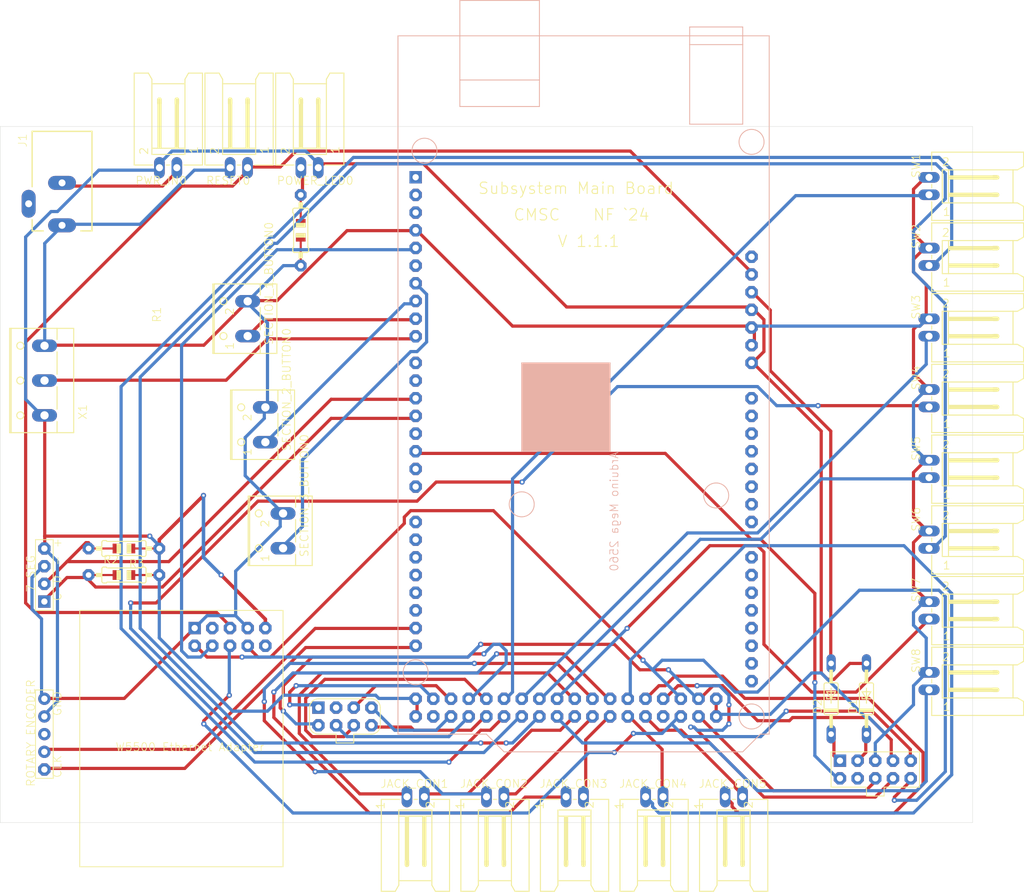
<source format=kicad_pcb>
(kicad_pcb (version 20240108) (generator "pcbnew") (generator_version "8.0")
  (layers (0 "F.Cu" signal) (31 "B.Cu" signal) (34 "B.Paste" user) (35 "F.Paste" user) (36 "B.SilkS" user "B.Silkscreen") (37 "F.SilkS" user "F.Silkscreen") (38 "B.Mask" user) (39 "F.Mask" user) (44 "Edge.Cuts" user))
  (net 0 "")
  (net 1 "5V")
  (net 2 "GND")
  (net 3 "3V3")
  (net 4 "RAW_IN")
  (net 5 "N$2")
  (net 6 "RESET")
  (net 7 "N$3")
  (net 8 "N$4")
  (net 9 "N$5")
  (net 10 "N$6")
  (net 11 "N$7")
  (net 12 "N$8")
  (net 13 "N$9")
  (net 14 "N$10")
  (net 15 "N$11")
  (net 16 "N$12")
  (net 17 "N$13")
  (net 18 "N$14")
  (net 19 "N$15")
  (net 20 "N$16")
  (net 21 "N$17")
  (net 22 "N$18")
  (net 23 "N$19")
  (net 24 "N$20")
  (net 25 "N$21")
  (net 26 "N$22")
  (net 27 "N$23")
  (net 28 "N$24")
  (net 29 "N$25")
  (net 30 "N$26")
  (net 31 "N$27")
  (net 32 "N$28")
  (net 33 "N$29")
  (net 34 "D29")
  (net 35 "D53")
  (net 36 "N$30")
  (net 37 "D48")
  (net 38 "MISO")
  (net 39 "MOSI")
  (net 40 "D2")
  (net 41 "N$34")
  (net 42 "N$35")
  (net 43 "N$36")
  (net 44 "D21")
  (net 45 "N$37")
  (net 46 "N$38")
  (net 47 "N$39")
  (net 48 "N$40")
  (net 49 "N$41")
  (net 50 "SCK")
  (footprint "main:0805-THM_420" (layer "F.Cu") (at 121.8311 69.9136 -90)
    (property "Reference" "R1")
    (property "Value" "100 Ohm")
  )
  (footprint "main:L02P_123" (layer "F.Cu") (at 218.3511 63.5636 -90)
    (property "Reference" "SW1")
    (property "Value" "")
  )
  (footprint "main:L02P_123" (layer "F.Cu") (at 102.7811 54.6736)
    (property "Reference" "PWR_IN0")
    (property "Value" "")
  )
  (footprint "main:L02P_123" (layer "F.Cu") (at 123.1011 54.6736)
    (property "Reference" "POWER_LED0")
    (property "Value" "")
  )
  (footprint "main:W237-102_195" (layer "F.Cu") (at 112.9411 82.6136 90)
    (property "Reference" "SECTION_1_BUTTON0")
    (property "Value" "")
  )
  (footprint "main:W237-102_195" (layer "F.Cu") (at 115.4811 97.8536 90)
    (property "Reference" "SECTION_2_BUTTON0")
    (property "Value" "")
  )
  (footprint "main:L02P_123" (layer "F.Cu") (at 218.3511 73.7236 -90)
    (property "Reference" "SW2")
    (property "Value" "")
  )
  (footprint "main:ROTARY_ENCODER" (layer "F.Cu") (at 85.0011 142.3036 90)
    (property "Reference" "U$5" (hide yes))
    (property "Value" "ROTARY_ENCODER" (hide yes))
  )
  (footprint "main:7_SEG_DISPLAY" (layer "F.Cu") (at 85.0011 119.4436 90)
    (property "Reference" "U$2" (hide yes))
    (property "Value" "7_SEG_DISPLAY" (hide yes))
  )
  (footprint "main:L02P_123" (layer "F.Cu") (at 149.7711 157.5436 180)
    (property "Reference" "JACK_CON2")
    (property "Value" "")
  )
  (footprint "main:L02P_123" (layer "F.Cu") (at 138.3411 157.5436 180)
    (property "Reference" "JACK_CON1")
    (property "Value" "")
  )
  (footprint "main:0805-THM_420" (layer "F.Cu") (at 96.4311 119.4436)
    (property "Reference" "R2")
    (property "Value" "4.7K Ohm")
  )
  (footprint "main:W237-102_195" (layer "F.Cu") (at 118.0211 113.0936 90)
    (property "Reference" "SECTION_3_BUTTON0")
    (property "Value" "")
  )
  (footprint "main:ARDUINO_MEGA_MIRROR" (layer "F.Cu") (at 163.7411 94.0436)
    (property "Reference" "U$1" (hide yes))
    (property "Value" "ARDUINO_MEGAMIRROR" (hide yes))
  )
  (footprint "main:L02P_123" (layer "F.Cu") (at 218.3511 104.2036 -90)
    (property "Reference" "SW5")
    (property "Value" "")
  )
  (footprint "main:SPI_HEADER_RIBBON_CONNECTOR" (layer "F.Cu") (at 204.3811 147.3836)
    (property "Reference" "U$3" (hide yes))
    (property "Value" "SPI_HEADERSPI_HEADER_RIBBON_CONNECTOR" (hide yes))
  )
  (footprint "main:BUTTON_GRID_HEADER_RIBBON_CONNECTOR" (layer "F.Cu") (at 128.1811 139.7636)
    (property "Reference" "U$4" (hide yes))
    (property "Value" "BUTTON_GRID_HEADER" (hide yes))
  )
  (footprint "main:L02P_123" (layer "F.Cu") (at 184.0611 157.5436 180)
    (property "Reference" "JACK_CON5")
    (property "Value" "")
  )
  (footprint "main:0805-THM_420" (layer "F.Cu") (at 96.4311 115.6336 180)
    (property "Reference" "R3")
    (property "Value" "4.7K Ohm")
  )
  (footprint "main:L02P_123" (layer "F.Cu") (at 161.2011 157.5436 180)
    (property "Reference" "JACK_CON3")
    (property "Value" "")
  )
  (footprint "main:L02P_123" (layer "F.Cu") (at 112.9411 54.6736)
    (property "Reference" "RESET0")
    (property "Value" "")
  )
  (footprint "main:W237-103_195" (layer "F.Cu") (at 83.7311 91.5036 90)
    (property "Reference" "X1")
    (property "Value" "")
  )
  (footprint "main:L02P_123" (layer "F.Cu") (at 218.3511 134.6836 -90)
    (property "Reference" "SW8")
    (property "Value" "")
  )
  (footprint "main:L02P_123" (layer "F.Cu") (at 218.3511 83.8836 -90)
    (property "Reference" "SW3")
    (property "Value" "")
  )
  (footprint "main:DO35Z10_210" (layer "F.Cu") (at 198.0311 137.2236 90)
    (property "Reference" "D2")
    (property "Value" "1N821")
  )
  (footprint "main:ETHERNET_ADAPTER" (layer "F.Cu") (at 111.6711 128.3336)
    (property "Reference" "U$6" (hide yes))
    (property "Value" "ETHERNET_ADAPTER" (hide yes))
  )
  (footprint "main:DCJ0303_154" (layer "F.Cu") (at 87.5411 66.1036 180)
    (property "Reference" "J1")
    (property "Value" "")
  )
  (footprint "main:L02P_123" (layer "F.Cu") (at 218.3511 124.5236 -90)
    (property "Reference" "SW7")
    (property "Value" "")
  )
  (footprint "main:DO35Z10_210" (layer "F.Cu") (at 203.1111 137.2236 90)
    (property "Reference" "D1")
    (property "Value" "1N821")
  )
  (footprint "main:L02P_123" (layer "F.Cu") (at 218.3511 94.0436 -90)
    (property "Reference" "SW4")
    (property "Value" "")
  )
  (footprint "main:L02P_123" (layer "F.Cu") (at 218.3511 114.3636 -90)
    (property "Reference" "SW6")
    (property "Value" "")
  )
  (footprint "main:L02P_123" (layer "F.Cu") (at 172.6311 157.5436 180)
    (property "Reference" "JACK_CON4")
    (property "Value" "")
  )
  (gr_line (start 78.6511 155.0036) (end 218.3511 155.0036) (stroke (width 0.05)) (layer "Edge.Cuts"))
  (gr_line (start 218.3511 55.0036) (end 78.6511 55.0036) (stroke (width 0.05)) (layer "Edge.Cuts"))
  (gr_line (start 218.3511 155.0036) (end 218.3511 55.0036) (stroke (width 0.05)) (layer "Edge.Cuts"))
  (gr_line (start 78.6511 55.0036) (end 78.6511 155.0036) (stroke (width 0.05)) (layer "Edge.Cuts"))
  (gr_text "CMSC" (at 152.3111 68.6436 0) (layer "F.SilkS") (effects (font (size 1.63576 1.63576) (thickness 0.14224)) (justify left bottom)))
  (gr_text "V 1.1.1" (at 158.6611 72.4536 0) (layer "F.SilkS") (effects (font (size 1.63576 1.63576) (thickness 0.14224)) (justify left bottom)))
  (gr_text "NF `24" (at 163.7411 68.6436 0) (layer "F.SilkS") (effects (font (size 1.63576 1.63576) (thickness 0.14224)) (justify left bottom)))
  (gr_text "Subsystem Main Board" (at 147.2311 64.8336 0) (layer "F.SilkS") (effects (font (size 1.63576 1.63576) (thickness 0.14224)) (justify left bottom)))
  (segment (start 85.0519 115.2272) (end 85.0011 115.6336) (width 0.4572) (layer "F.Cu") (net 1))
  (segment (start 101.5111 115.6336) (end 101.5111 114.3636) (width 0.508) (layer "F.Cu") (net 1))
  (segment (start 138.5443 139.4588) (end 138.3411 139.7636) (width 0.4572) (layer "F.Cu") (net 1))
  (segment (start 139.4587 60.3632) (end 160.0327 80.9372) (width 0.4572) (layer "F.Cu") (net 1))
  (segment (start 124.8283 60.3632) (end 139.4587 60.3632) (width 0.4572) (layer "F.Cu") (net 1))
  (segment (start 124.3711 60.8204) (end 124.3511 60.9236) (width 0.4572) (layer "F.Cu") (net 1))
  (segment (start 187.0075 81.3944) (end 186.6011 81.3436) (width 0.4572) (layer "F.Cu") (net 1))
  (segment (start 186.5503 80.9372) (end 186.6011 81.3436) (width 0.4572) (layer "F.Cu") (net 1))
  (segment (start 188.3791 82.766) (end 187.0075 81.3944) (width 0.4572) (layer "F.Cu") (net 1))
  (segment (start 197.5231 134.4296) (end 198.4375 134.4296) (width 0.4572) (layer "F.Cu") (net 1))
  (segment (start 198.4375 134.4296) (end 200.7235 132.1436) (width 0.4572) (layer "F.Cu") (net 1))
  (segment (start 187.0075 88.7096) (end 186.6011 88.9636) (width 0.4572) (layer "F.Cu") (net 1))
  (segment (start 138.5443 137.63) (end 138.5443 139.4588) (width 0.4572) (layer "F.Cu") (net 1))
  (segment (start 187.0075 89.1668) (end 186.6011 88.9636) (width 0.4572) (layer "F.Cu") (net 1))
  (segment (start 101.5111 114.3636) (end 107.8611 108.0136) (width 0.508) (layer "F.Cu") (net 1))
  (segment (start 200.7235 132.1436) (end 203.1111 132.1436) (width 0.4572) (layer "F.Cu") (net 1))
  (segment (start 85.0519 115.2272) (end 85.0519 113.8556) (width 0.4572) (layer "F.Cu") (net 1))
  (segment (start 116.7511 125.7936) (end 116.7511 127.0636) (width 0.508) (layer "F.Cu") (net 1))
  (segment (start 138.5443 137.63) (end 138.3411 137.2236) (width 0.4572) (layer "F.Cu") (net 1))
  (segment (start 188.3791 87.338) (end 188.3791 82.766) (width 0.4572) (layer "F.Cu") (net 1))
  (segment (start 110.4011 119.4436) (end 116.7511 125.7936) (width 0.508) (layer "F.Cu") (net 1))
  (segment (start 160.0327 80.9372) (end 186.5503 80.9372) (width 0.4572) (layer "F.Cu") (net 1))
  (segment (start 85.0519 113.8556) (end 85.0519 96.9392) (width 0.4572) (layer "F.Cu") (net 1))
  (segment (start 187.0075 88.7096) (end 188.3791 87.338) (width 0.4572) (layer "F.Cu") (net 1))
  (segment (start 124.3711 60.8204) (end 124.8283 60.3632) (width 0.4572) (layer "F.Cu") (net 1))
  (segment (start 187.0075 89.1668) (end 196.6087 98.768) (width 0.4572) (layer "F.Cu") (net 1))
  (segment (start 196.6087 133.5152) (end 197.5231 134.4296) (width 0.4572) (layer "F.Cu") (net 1))
  (segment (start 85.0519 113.8556) (end 100.1395 113.8556) (width 0.4572) (layer "F.Cu") (net 1))
  (segment (start 196.6087 98.768) (end 196.6087 133.5152) (width 0.4572) (layer "F.Cu") (net 1))
  (segment (start 85.0519 96.9392) (end 85.0211 96.5036) (width 0.4572) (layer "F.Cu") (net 1))
  (via (at 100.1395 113.8556) (size 0.7564) (drill 0.35) (layers "F.Cu" "B.Cu") (net 1))
  (via (at 110.4011 119.4436) (size 0.7564) (drill 0.35) (layers "F.Cu" "B.Cu") (net 1))
  (via (at 107.8611 108.0136) (size 0.7564) (drill 0.35) (layers "F.Cu" "B.Cu") (net 1))
  (segment (start 85.0519 139.4588) (end 85.0011 139.7636) (width 0.4572) (layer "B.Cu") (net 1))
  (segment (start 101.5111 128.486) (end 112.0267 139.0016) (width 0.4572) (layer "B.Cu") (net 1))
  (segment (start 84.5947 96.482) (end 82.3087 94.196) (width 0.4572) (layer "B.Cu") (net 1))
  (segment (start 138.0871 137.1728) (end 138.3411 137.2236) (width 0.4572) (layer "B.Cu") (net 1))
  (segment (start 100.1395 113.8556) (end 101.5111 115.2272) (width 0.4572) (layer "B.Cu") (net 1))
  (segment (start 101.5111 115.6336) (end 101.5111 119.4436) (width 0.4572) (layer "B.Cu") (net 1))
  (segment (start 107.8611 116.9036) (end 110.4011 119.4436) (width 0.508) (layer "B.Cu") (net 1))
  (segment (start 123.9139 60.8204) (end 124.3511 60.9236) (width 0.4572) (layer "B.Cu") (net 1))
  (segment (start 101.9683 59.906) (end 101.9683 60.8204) (width 0.4572) (layer "B.Cu") (net 1))
  (segment (start 82.3087 70.8788) (end 85.9663 67.2212) (width 0.4572) (layer "B.Cu") (net 1))
  (segment (start 101.5111 61.2776) (end 101.5311 60.9236) (width 0.4572) (layer "B.Cu") (net 1))
  (segment (start 117.0559 139.0016) (end 119.3419 136.7156) (width 0.4572) (layer "B.Cu") (net 1))
  (segment (start 82.3087 94.196) (end 82.3087 70.8788) (width 0.4572) (layer "B.Cu") (net 1))
  (segment (start 103.3399 58.5344) (end 101.9683 59.906) (width 0.4572) (layer "B.Cu") (net 1))
  (segment (start 101.5111 115.2272) (end 101.5111 115.6336) (width 0.4572) (layer "B.Cu") (net 1))
  (segment (start 86.8807 67.2212) (end 92.8243 61.2776) (width 0.4572) (layer "B.Cu") (net 1))
  (segment (start 85.0011 115.6336) (end 86.8807 117.5132) (width 0.4572) (layer "B.Cu") (net 1))
  (segment (start 133.0579 137.1728) (end 138.0871 137.1728) (width 0.4572) (layer "B.Cu") (net 1))
  (segment (start 92.8243 61.2776) (end 101.5111 61.2776) (width 0.4572) (layer "B.Cu") (net 1))
  (segment (start 132.6007 136.7156) (end 133.0579 137.1728) (width 0.4572) (layer "B.Cu") (net 1))
  (segment (start 85.9663 67.2212) (end 86.8807 67.2212) (width 0.4572) (layer "B.Cu") (net 1))
  (segment (start 112.0267 139.0016) (end 117.0559 139.0016) (width 0.4572) (layer "B.Cu") (net 1))
  (segment (start 101.9683 60.8204) (end 101.5311 60.9236) (width 0.4572) (layer "B.Cu") (net 1))
  (segment (start 86.8807 137.63) (end 85.0519 139.4588) (width 0.4572) (layer "B.Cu") (net 1))
  (segment (start 86.8807 117.5132) (end 86.8807 137.63) (width 0.4572) (layer "B.Cu") (net 1))
  (segment (start 107.8611 108.0136) (end 107.8611 116.9036) (width 0.508) (layer "B.Cu") (net 1))
  (segment (start 122.5423 58.5344) (end 103.3399 58.5344) (width 0.4572) (layer "B.Cu") (net 1))
  (segment (start 101.5111 119.4436) (end 101.5111 128.486) (width 0.4572) (layer "B.Cu") (net 1))
  (segment (start 119.3419 136.7156) (end 132.6007 136.7156) (width 0.4572) (layer "B.Cu") (net 1))
  (segment (start 123.9139 59.906) (end 122.5423 58.5344) (width 0.4572) (layer "B.Cu") (net 1))
  (segment (start 84.5947 96.482) (end 85.0211 96.5036) (width 0.4572) (layer "B.Cu") (net 1))
  (segment (start 123.9139 60.8204) (end 123.9139 59.906) (width 0.4572) (layer "B.Cu") (net 1))
  (segment (start 138.5443 69.9644) (end 152.2603 83.6804) (width 0.4572) (layer "F.Cu") (net 2))
  (segment (start 85.0519 137.1728) (end 85.0011 137.2236) (width 0.4572) (layer "F.Cu") (net 2))
  (segment (start 138.5443 69.9644) (end 138.3411 69.9136) (width 0.4572) (layer "F.Cu") (net 2))
  (segment (start 209.8675 84.1376) (end 210.3247 83.6804) (width 0.4572) (layer "F.Cu") (net 2))
  (segment (start 211.6963 92.3672) (end 209.8675 90.5384) (width 0.4572) (layer "F.Cu") (net 2))
  (segment (start 209.8675 104.7116) (end 211.2391 103.34) (width 0.4572) (layer "F.Cu") (net 2))
  (segment (start 211.2391 113.3984) (end 211.6963 113.3984) (width 0.4572) (layer "F.Cu") (net 2))
  (segment (start 118.4275 80.0228) (end 128.4859 69.9644) (width 0.4572) (layer "F.Cu") (net 2))
  (segment (start 211.6963 103.34) (end 212.1011 102.9536) (width 0.4572) (layer "F.Cu") (net 2))
  (segment (start 211.6963 77.7368) (end 211.6963 82.3088) (width 0.4572) (layer "F.Cu") (net 2))
  (segment (start 114.3127 80.0228) (end 114.2111 80.1136) (width 0.4572) (layer "F.Cu") (net 2))
  (segment (start 211.6963 72.2504) (end 209.8675 70.4216) (width 0.4572) (layer "F.Cu") (net 2))
  (segment (start 211.6963 122.9996) (end 209.8675 121.1708) (width 0.4572) (layer "F.Cu") (net 2))
  (segment (start 113.8555 80.48) (end 114.2111 80.1136) (width 0.4572) (layer "F.Cu") (net 2))
  (segment (start 209.8675 74.0792) (end 209.8675 75.908) (width 0.4572) (layer "F.Cu") (net 2))
  (segment (start 113.8555 80.48) (end 107.9119 86.4236) (width 0.4572) (layer "F.Cu") (net 2))
  (segment (start 114.3127 80.0228) (end 118.4275 80.0228) (width 0.4572) (layer "F.Cu") (net 2))
  (segment (start 107.9119 86.4236) (end 85.0519 86.4236) (width 0.4572) (layer "F.Cu") (net 2))
  (segment (start 187.0075 84.1376) (end 186.6011 83.8836) (width 0.4572) (layer "F.Cu") (net 2))
  (segment (start 211.6963 82.3088) (end 212.1011 82.6336) (width 0.4572) (layer "F.Cu") (net 2))
  (segment (start 187.0075 86.4236) (end 186.6011 86.4236) (width 0.4572) (layer "F.Cu") (net 2))
  (segment (start 211.6963 112.9412) (end 209.8675 111.1124) (width 0.4572) (layer "F.Cu") (net 2))
  (segment (start 187.0075 84.1376) (end 187.0075 86.4236) (width 0.4572) (layer "F.Cu") (net 2))
  (segment (start 209.8675 70.4216) (end 209.8675 64.0208) (width 0.4572) (layer "F.Cu") (net 2))
  (segment (start 211.6963 82.766) (end 212.1011 82.6336) (width 0.4572) (layer "F.Cu") (net 2))
  (segment (start 210.7819 83.6804) (end 211.6963 82.766) (width 0.4572) (layer "F.Cu") (net 2))
  (segment (start 96.4819 137.1728) (end 85.0519 137.1728) (width 0.4572) (layer "F.Cu") (net 2))
  (segment (start 211.6963 72.2504) (end 209.8675 74.0792) (width 0.4572) (layer "F.Cu") (net 2))
  (segment (start 209.8675 121.1708) (end 209.8675 114.77) (width 0.4572) (layer "F.Cu") (net 2))
  (segment (start 211.6963 92.3672) (end 212.1011 92.7936) (width 0.4572) (layer "F.Cu") (net 2))
  (segment (start 181.5211 137.2236) (end 181.5211 139.7636) (width 0.4572) (layer "F.Cu") (net 2))
  (segment (start 211.6963 122.9996) (end 212.1011 123.2736) (width 0.4572) (layer "F.Cu") (net 2))
  (segment (start 209.8675 64.0208) (end 211.2391 62.6492) (width 0.4572) (layer "F.Cu") (net 2))
  (segment (start 211.2391 62.6492) (end 211.6963 62.6492) (width 0.4572) (layer "F.Cu") (net 2))
  (segment (start 210.3247 83.6804) (end 210.7819 83.6804) (width 0.4572) (layer "F.Cu") (net 2))
  (segment (start 85.0519 86.4236) (end 85.0211 86.5036) (width 0.4572) (layer "F.Cu") (net 2))
  (segment (start 211.6963 72.2504) (end 212.1011 72.4736) (width 0.4572) (layer "F.Cu") (net 2))
  (segment (start 209.8675 111.1124) (end 209.8675 104.7116) (width 0.4572) (layer "F.Cu") (net 2))
  (segment (start 106.5911 127.0636) (end 96.4819 137.1728) (width 0.4572) (layer "F.Cu") (net 2))
  (segment (start 209.8675 114.77) (end 211.2391 113.3984) (width 0.4572) (layer "F.Cu") (net 2))
  (segment (start 138.0871 69.9644) (end 138.3411 69.9136) (width 0.4572) (layer "F.Cu") (net 2))
  (segment (start 211.6963 62.6492) (end 212.1011 62.3136) (width 0.4572) (layer "F.Cu") (net 2))
  (segment (start 152.2603 83.6804) (end 186.5503 83.6804) (width 0.4572) (layer "F.Cu") (net 2))
  (segment (start 209.8675 75.908) (end 211.6963 77.7368) (width 0.4572) (layer "F.Cu") (net 2))
  (segment (start 186.5503 83.6804) (end 186.6011 83.8836) (width 0.4572) (layer "F.Cu") (net 2))
  (segment (start 211.2391 103.34) (end 211.6963 103.34) (width 0.4572) (layer "F.Cu") (net 2))
  (segment (start 128.4859 69.9644) (end 138.0871 69.9644) (width 0.4572) (layer "F.Cu") (net 2))
  (segment (start 209.8675 90.5384) (end 209.8675 84.1376) (width 0.4572) (layer "F.Cu") (net 2))
  (segment (start 211.6963 113.3984) (end 212.1011 113.1136) (width 0.4572) (layer "F.Cu") (net 2))
  (segment (start 211.6963 112.9412) (end 212.1011 113.1136) (width 0.4572) (layer "F.Cu") (net 2))
  (segment (start 211.6963 92.8244) (end 212.1011 92.7936) (width 0.4572) (layer "B.Cu") (net 2))
  (segment (start 85.0519 86.4236) (end 85.0211 86.5036) (width 0.4572) (layer "B.Cu") (net 2))
  (segment (start 113.8555 105.1688) (end 113.8555 99.6824) (width 0.4572) (layer "B.Cu") (net 2))
  (segment (start 118.8847 110.198) (end 113.8555 105.1688) (width 0.4572) (layer "B.Cu") (net 2))
  (segment (start 111.5695 61.2776) (end 111.6911 60.9236) (width 0.4572) (layer "B.Cu") (net 2))
  (segment (start 205.7527 142.202) (end 204.3811 143.5736) (width 0.4572) (layer "B.Cu") (net 2))
  (segment (start 211.6963 133.5152) (end 209.8675 135.344) (width 0.4572) (layer "B.Cu") (net 2))
  (segment (start 211.6963 82.766) (end 210.7819 83.6804) (width 0.4572) (layer "B.Cu") (net 2))
  (segment (start 87.3379 69.5072) (end 85.0519 71.7932) (width 0.4572) (layer "B.Cu") (net 2))
  (segment (start 87.7951 69.05) (end 98.7679 69.05) (width 0.4572) (layer "B.Cu") (net 2))
  (segment (start 118.8847 112.484) (end 118.8847 110.6552) (width 0.4572) (layer "B.Cu") (net 2))
  (segment (start 203.0095 139.916) (end 196.6087 133.5152) (width 0.4572) (layer "B.Cu") (net 2))
  (segment (start 209.8675 135.344) (end 209.8675 138.0872) (width 0.4572) (layer "B.Cu") (net 2))
  (segment (start 210.7819 83.6804) (end 187.0075 83.6804) (width 0.4572) (layer "B.Cu") (net 2))
  (segment (start 195.2371 133.5152) (end 189.2935 139.4588) (width 0.4572) (layer "B.Cu") (net 2))
  (segment (start 203.4667 139.916) (end 203.0095 139.916) (width 0.4572) (layer "B.Cu") (net 2))
  (segment (start 205.7527 142.202) (end 203.4667 139.916) (width 0.4572) (layer "B.Cu") (net 2))
  (segment (start 114.3127 80.48) (end 114.2111 80.1136) (width 0.4572) (layer "B.Cu") (net 2))
  (segment (start 114.3127 80.48) (end 117.0559 83.2232) (width 0.4572) (layer "B.Cu") (net 2))
  (segment (start 116.5987 95.5676) (end 116.7511 95.3536) (width 0.4572) (layer "B.Cu") (net 2))
  (segment (start 211.6963 102.8828) (end 212.1011 102.9536) (width 0.4572) (layer "B.Cu") (net 2))
  (segment (start 84.5947 125.7428) (end 84.5947 137.1728) (width 0.4572) (layer "B.Cu") (net 2))
  (segment (start 114.3127 80.0228) (end 114.2111 80.1136) (width 0.4572) (layer "B.Cu") (net 2))
  (segment (start 117.0559 95.1104) (end 116.7511 95.3536) (width 0.4572) (layer "B.Cu") (net 2))
  (segment (start 112.4839 125.2856) (end 108.3691 125.2856) (width 0.4572) (layer "B.Cu") (net 2))
  (segment (start 113.8555 126.6572) (end 114.2111 127.0636) (width 0.4572) (layer "B.Cu") (net 2))
  (segment (start 118.8847 110.198) (end 119.2911 110.5936) (width 0.4572) (layer "B.Cu") (net 2))
  (segment (start 211.6963 133.5152) (end 212.1011 133.4336) (width 0.4572) (layer "B.Cu") (net 2))
  (segment (start 114.3127 80.0228) (end 119.3419 74.9936) (width 0.4572) (layer "B.Cu") (net 2))
  (segment (start 85.0519 71.7932) (end 85.0519 86.4236) (width 0.4572) (layer "B.Cu") (net 2))
  (segment (start 209.8675 124.8284) (end 209.8675 126.6572) (width 0.4572) (layer "B.Cu") (net 2))
  (segment (start 112.4839 125.2856) (end 112.4839 118.8848) (width 0.4572) (layer "B.Cu") (net 2))
  (segment (start 181.5211 139.4588) (end 181.5211 139.7636) (width 0.4572) (layer "B.Cu") (net 2))
  (segment (start 108.3691 125.2856) (end 106.5911 127.0636) (width 0.4572) (layer "B.Cu") (net 2))
  (segment (start 118.8847 110.6552) (end 119.2911 110.5936) (width 0.4572) (layer "B.Cu") (net 2))
  (segment (start 209.8675 94.6532) (end 211.6963 92.8244) (width 0.4572) (layer "B.Cu") (net 2))
  (segment (start 211.6963 102.8828) (end 209.8675 101.054) (width 0.4572) (layer "B.Cu") (net 2))
  (segment (start 83.2231 119.7992) (end 83.2231 124.3712) (width 0.4572) (layer "B.Cu") (net 2))
  (segment (start 209.8675 101.054) (end 209.8675 94.6532) (width 0.4572) (layer "B.Cu") (net 2))
  (segment (start 84.5947 118.4276) (end 83.2231 119.7992) (width 0.4572) (layer "B.Cu") (net 2))
  (segment (start 187.0075 83.6804) (end 186.6011 83.8836) (width 0.4572) (layer "B.Cu") (net 2))
  (segment (start 84.5947 137.1728) (end 85.0011 137.2236) (width 0.4572) (layer "B.Cu") (net 2))
  (segment (start 211.6963 133.058) (end 212.1011 133.4336) (width 0.4572) (layer "B.Cu") (net 2))
  (segment (start 189.2935 139.4588) (end 181.5211 139.4588) (width 0.4572) (layer "B.Cu") (net 2))
  (segment (start 204.3811 143.5736) (end 204.3811 146.1136) (width 0.4572) (layer "B.Cu") (net 2))
  (segment (start 112.4839 118.8848) (end 118.8847 112.484) (width 0.4572) (layer "B.Cu") (net 2))
  (segment (start 113.8555 99.6824) (end 116.5987 96.9392) (width 0.4572) (layer "B.Cu") (net 2))
  (segment (start 87.3379 69.5072) (end 87.5411 69.2036) (width 0.4572) (layer "B.Cu") (net 2))
  (segment (start 87.7951 69.05) (end 87.5411 69.2036) (width 0.4572) (layer "B.Cu") (net 2))
  (segment (start 211.6963 122.9996) (end 209.8675 124.8284) (width 0.4572) (layer "B.Cu") (net 2))
  (segment (start 84.5947 118.4276) (end 85.0011 118.1736) (width 0.4572) (layer "B.Cu") (net 2))
  (segment (start 196.6087 133.5152) (end 195.2371 133.5152) (width 0.4572) (layer "B.Cu") (net 2))
  (segment (start 113.8555 126.6572) (end 112.4839 125.2856) (width 0.4572) (layer "B.Cu") (net 2))
  (segment (start 83.2231 124.3712) (end 84.5947 125.7428) (width 0.4572) (layer "B.Cu") (net 2))
  (segment (start 119.3419 74.9936) (end 121.8311 74.9936) (width 0.4572) (layer "B.Cu") (net 2))
  (segment (start 211.6963 122.9996) (end 212.1011 123.2736) (width 0.4572) (layer "B.Cu") (net 2))
  (segment (start 211.6963 82.766) (end 212.1011 82.6336) (width 0.4572) (layer "B.Cu") (net 2))
  (segment (start 209.8675 138.0872) (end 205.7527 142.202) (width 0.4572) (layer "B.Cu") (net 2))
  (segment (start 211.6963 128.486) (end 211.6963 133.058) (width 0.4572) (layer "B.Cu") (net 2))
  (segment (start 98.7679 69.05) (end 106.5403 61.2776) (width 0.4572) (layer "B.Cu") (net 2))
  (segment (start 209.8675 126.6572) (end 211.6963 128.486) (width 0.4572) (layer "B.Cu") (net 2))
  (segment (start 106.5403 61.2776) (end 111.5695 61.2776) (width 0.4572) (layer "B.Cu") (net 2))
  (segment (start 116.5987 96.9392) (end 116.5987 95.5676) (width 0.4572) (layer "B.Cu") (net 2))
  (segment (start 117.0559 83.2232) (end 117.0559 95.1104) (width 0.4572) (layer "B.Cu") (net 2))
  (segment (start 187.0075 79.1084) (end 189.2935 81.3944) (width 0.4572) (layer "F.Cu") (net 3))
  (segment (start 197.9803 98.768) (end 197.9803 132.1436) (width 0.4572) (layer "F.Cu") (net 3))
  (segment (start 197.9803 132.1436) (end 198.0311 132.1436) (width 0.4572) (layer "F.Cu") (net 3))
  (segment (start 187.0075 79.1084) (end 186.6011 78.8036) (width 0.4572) (layer "F.Cu") (net 3))
  (segment (start 189.2935 81.3944) (end 189.2935 90.0812) (width 0.4572) (layer "F.Cu") (net 3))
  (segment (start 189.2935 90.0812) (end 197.9803 98.768) (width 0.4572) (layer "F.Cu") (net 3))
  (segment (start 87.7951 63.1064) (end 88.2523 63.5636) (width 0.4572) (layer "F.Cu") (net 4))
  (segment (start 88.2523 63.5636) (end 101.9683 63.5636) (width 0.4572) (layer "F.Cu") (net 4))
  (segment (start 101.9683 63.5636) (end 103.7971 61.7348) (width 0.4572) (layer "F.Cu") (net 4))
  (segment (start 87.7951 63.1064) (end 87.5411 63.1036) (width 0.4572) (layer "F.Cu") (net 4))
  (segment (start 103.7971 61.7348) (end 103.7971 61.2776) (width 0.4572) (layer "F.Cu") (net 4))
  (segment (start 103.7971 61.2776) (end 104.0311 60.9236) (width 0.4572) (layer "F.Cu") (net 4))
  (segment (start 122.0851 64.478) (end 122.0851 61.2776) (width 0.4572) (layer "F.Cu") (net 5))
  (segment (start 122.0851 64.478) (end 121.8311 64.8336) (width 0.4572) (layer "F.Cu") (net 5))
  (segment (start 122.0851 61.2776) (end 121.8511 60.9236) (width 0.4572) (layer "F.Cu") (net 5))
  (segment (start 111.5695 126.6572) (end 111.6711 127.0636) (width 0.4572) (layer "F.Cu") (net 6))
  (segment (start 83.6803 124.8284) (end 109.7407 124.8284) (width 0.4572) (layer "F.Cu") (net 6))
  (segment (start 118.8847 60.8204) (end 114.3127 60.8204) (width 0.4572) (layer "F.Cu") (net 6))
  (segment (start 186.5503 75.908) (end 169.1767 58.5344) (width 0.4572) (layer "F.Cu") (net 6))
  (segment (start 186.5503 75.908) (end 186.6011 76.2636) (width 0.4572) (layer "F.Cu") (net 6))
  (segment (start 82.3087 123.4568) (end 83.6803 124.8284) (width 0.4572) (layer "F.Cu") (net 6))
  (segment (start 109.7407 124.8284) (end 111.5695 126.6572) (width 0.4572) (layer "F.Cu") (net 6))
  (segment (start 112.0267 63.5636) (end 104.7115 63.5636) (width 0.4572) (layer "F.Cu") (net 6))
  (segment (start 104.7115 63.5636) (end 82.3087 85.9664) (width 0.4572) (layer "F.Cu") (net 6))
  (segment (start 114.3127 61.2776) (end 112.0267 63.5636) (width 0.4572) (layer "F.Cu") (net 6))
  (segment (start 169.1767 58.5344) (end 121.1707 58.5344) (width 0.4572) (layer "F.Cu") (net 6))
  (segment (start 121.1707 58.5344) (end 118.8847 60.8204) (width 0.4572) (layer "F.Cu") (net 6))
  (segment (start 114.3127 60.8204) (end 114.1911 60.9236) (width 0.4572) (layer "F.Cu") (net 6))
  (segment (start 114.3127 61.2776) (end 114.1911 60.9236) (width 0.4572) (layer "F.Cu") (net 6))
  (segment (start 82.3087 85.9664) (end 82.3087 123.4568) (width 0.4572) (layer "F.Cu") (net 6))
  (segment (start 151.3459 137.1728) (end 151.0411 137.2236) (width 0.4572) (layer "B.Cu") (net 7))
  (segment (start 151.3459 137.1728) (end 152.2603 136.2584) (width 0.4572) (layer "B.Cu") (net 7))
  (segment (start 211.6963 64.9352) (end 212.1011 64.8136) (width 0.4572) (layer "B.Cu") (net 7))
  (segment (start 152.2603 136.2584) (end 152.2603 105.626) (width 0.4572) (layer "B.Cu") (net 7))
  (segment (start 192.9511 64.9352) (end 211.6963 64.9352) (width 0.4572) (layer "B.Cu") (net 7))
  (segment (start 152.2603 105.626) (end 192.9511 64.9352) (width 0.4572) (layer "B.Cu") (net 7))
  (segment (start 149.0599 141.7448) (end 147.6883 141.7448) (width 0.4572) (layer "F.Cu") (net 8))
  (segment (start 147.6883 141.7448) (end 143.1163 146.3168) (width 0.4572) (layer "F.Cu") (net 8))
  (segment (start 151.0411 139.7636) (end 149.0599 141.7448) (width 0.4572) (layer "F.Cu") (net 8))
  (via (at 143.1163 146.3168) (size 0.7564) (drill 0.35) (layers "F.Cu" "B.Cu") (net 8))
  (segment (start 143.1163 146.3168) (end 115.2271 146.3168) (width 0.4572) (layer "B.Cu") (net 8))
  (segment (start 212.1535 74.5364) (end 212.1011 74.9736) (width 0.4572) (layer "B.Cu") (net 8))
  (segment (start 117.9703 70.8788) (end 129.4003 59.4488) (width 0.4572) (layer "B.Cu") (net 8))
  (segment (start 213.5251 59.4488) (end 215.3539 61.2776) (width 0.4572) (layer "B.Cu") (net 8))
  (segment (start 215.3539 61.2776) (end 215.3539 72.2504) (width 0.4572) (layer "B.Cu") (net 8))
  (segment (start 115.2271 146.3168) (end 96.0247 127.1144) (width 0.4572) (layer "B.Cu") (net 8))
  (segment (start 96.0247 127.1144) (end 96.0247 92.3672) (width 0.4572) (layer "B.Cu") (net 8))
  (segment (start 96.0247 92.3672) (end 117.5131 70.8788) (width 0.4572) (layer "B.Cu") (net 8))
  (segment (start 215.3539 72.2504) (end 213.0679 74.5364) (width 0.4572) (layer "B.Cu") (net 8))
  (segment (start 129.4003 59.4488) (end 213.5251 59.4488) (width 0.4572) (layer "B.Cu") (net 8))
  (segment (start 213.0679 74.5364) (end 212.1535 74.5364) (width 0.4572) (layer "B.Cu") (net 8))
  (segment (start 117.5131 70.8788) (end 117.9703 70.8788) (width 0.4572) (layer "B.Cu") (net 8))
  (segment (start 211.6963 89.1668) (end 211.6963 85.5092) (width 0.4572) (layer "B.Cu") (net 9))
  (segment (start 187.4647 113.3984) (end 211.6963 89.1668) (width 0.4572) (layer "B.Cu") (net 9))
  (segment (start 177.4063 113.3984) (end 187.4647 113.3984) (width 0.4572) (layer "B.Cu") (net 9))
  (segment (start 211.6963 85.5092) (end 212.1011 85.1336) (width 0.4572) (layer "B.Cu") (net 9))
  (segment (start 153.5811 137.2236) (end 177.4063 113.3984) (width 0.4572) (layer "B.Cu") (net 9))
  (segment (start 138.5443 108.8264) (end 141.2875 106.0832) (width 0.4572) (layer "F.Cu") (net 10))
  (segment (start 211.6963 95.1104) (end 212.1011 95.2936) (width 0.4572) (layer "F.Cu") (net 10))
  (segment (start 97.3963 123.4568) (end 101.0539 123.4568) (width 0.4572) (layer "F.Cu") (net 10))
  (segment (start 196.1515 95.1104) (end 211.6963 95.1104) (width 0.4572) (layer "F.Cu") (net 10))
  (segment (start 115.6843 108.8264) (end 138.5443 108.8264) (width 0.4572) (layer "F.Cu") (net 10))
  (segment (start 141.2875 106.0832) (end 153.6319 106.0832) (width 0.4572) (layer "F.Cu") (net 10))
  (segment (start 101.0539 123.4568) (end 115.6843 108.8264) (width 0.4572) (layer "F.Cu") (net 10))
  (via (at 196.1515 95.1104) (size 0.7564) (drill 0.35) (layers "F.Cu" "B.Cu") (net 10))
  (via (at 153.6319 106.0832) (size 0.7564) (drill 0.35) (layers "F.Cu" "B.Cu") (net 10))
  (via (at 97.3963 123.4568) (size 0.7564) (drill 0.35) (layers "F.Cu" "B.Cu") (net 10))
  (segment (start 187.4647 92.3672) (end 190.2079 95.1104) (width 0.4572) (layer "B.Cu") (net 10))
  (segment (start 153.1747 139.916) (end 148.1455 144.9452) (width 0.4572) (layer "B.Cu") (net 10))
  (segment (start 115.2271 144.9452) (end 97.3963 127.1144) (width 0.4572) (layer "B.Cu") (net 10))
  (segment (start 97.3963 127.1144) (end 97.3963 123.4568) (width 0.4572) (layer "B.Cu") (net 10))
  (segment (start 153.1747 139.916) (end 153.5811 139.7636) (width 0.4572) (layer "B.Cu") (net 10))
  (segment (start 190.2079 95.1104) (end 196.1515 95.1104) (width 0.4572) (layer "B.Cu") (net 10))
  (segment (start 148.1455 144.9452) (end 115.2271 144.9452) (width 0.4572) (layer "B.Cu") (net 10))
  (segment (start 153.6319 106.0832) (end 167.3479 92.3672) (width 0.4572) (layer "B.Cu") (net 10))
  (segment (start 167.3479 92.3672) (end 187.4647 92.3672) (width 0.4572) (layer "B.Cu") (net 10))
  (segment (start 187.9219 114.3128) (end 196.6087 105.626) (width 0.4572) (layer "B.Cu") (net 11))
  (segment (start 179.2351 114.3128) (end 187.9219 114.3128) (width 0.4572) (layer "B.Cu") (net 11))
  (segment (start 156.3751 137.1728) (end 179.2351 114.3128) (width 0.4572) (layer "B.Cu") (net 11))
  (segment (start 156.3751 137.1728) (end 156.1211 137.2236) (width 0.4572) (layer "B.Cu") (net 11))
  (segment (start 211.6963 105.626) (end 212.1011 105.4536) (width 0.4572) (layer "B.Cu") (net 11))
  (segment (start 196.6087 105.626) (end 211.6963 105.626) (width 0.4572) (layer "B.Cu") (net 11))
  (segment (start 151.3459 143.5736) (end 147.6883 143.5736) (width 0.4572) (layer "F.Cu") (net 12))
  (via (at 147.6883 143.5736) (size 0.7564) (drill 0.35) (layers "F.Cu" "B.Cu") (net 12))
  (via (at 151.3459 143.5736) (size 0.7564) (drill 0.35) (layers "F.Cu" "B.Cu") (net 12))
  (segment (start 129.8575 60.3632) (end 213.0679 60.3632) (width 0.4572) (layer "B.Cu") (net 12))
  (segment (start 147.6883 143.5736) (end 115.2271 143.5736) (width 0.4572) (layer "B.Cu") (net 12))
  (segment (start 118.4275 71.7932) (end 129.8575 60.3632) (width 0.4572) (layer "B.Cu") (net 12))
  (segment (start 213.0679 115.2272) (end 212.1535 115.2272) (width 0.4572) (layer "B.Cu") (net 12))
  (segment (start 214.4395 80.48) (end 214.4395 113.8556) (width 0.4572) (layer "B.Cu") (net 12))
  (segment (start 213.0679 60.3632) (end 214.4395 61.7348) (width 0.4572) (layer "B.Cu") (net 12))
  (segment (start 155.9179 139.916) (end 152.2603 143.5736) (width 0.4572) (layer "B.Cu") (net 12))
  (segment (start 209.8675 75.908) (end 214.4395 80.48) (width 0.4572) (layer "B.Cu") (net 12))
  (segment (start 214.4395 65.3924) (end 209.8675 69.9644) (width 0.4572) (layer "B.Cu") (net 12))
  (segment (start 209.8675 69.9644) (end 209.8675 75.908) (width 0.4572) (layer "B.Cu") (net 12))
  (segment (start 212.1535 115.2272) (end 212.1011 115.6136) (width 0.4572) (layer "B.Cu") (net 12))
  (segment (start 155.9179 139.916) (end 156.1211 139.7636) (width 0.4572) (layer "B.Cu") (net 12))
  (segment (start 117.9703 71.7932) (end 118.4275 71.7932) (width 0.4572) (layer "B.Cu") (net 12))
  (segment (start 214.4395 61.7348) (end 214.4395 65.3924) (width 0.4572) (layer "B.Cu") (net 12))
  (segment (start 115.2271 143.5736) (end 98.7679 127.1144) (width 0.4572) (layer "B.Cu") (net 12))
  (segment (start 214.4395 113.8556) (end 213.0679 115.2272) (width 0.4572) (layer "B.Cu") (net 12))
  (segment (start 98.7679 127.1144) (end 98.7679 90.9956) (width 0.4572) (layer "B.Cu") (net 12))
  (segment (start 98.7679 90.9956) (end 117.9703 71.7932) (width 0.4572) (layer "B.Cu") (net 12))
  (segment (start 152.2603 143.5736) (end 151.3459 143.5736) (width 0.4572) (layer "B.Cu") (net 12))
  (segment (start 201.6379 136.2584) (end 211.6963 126.2) (width 0.4572) (layer "F.Cu") (net 13))
  (segment (start 188.3791 116.1416) (end 188.3791 129.4004) (width 0.4572) (layer "F.Cu") (net 13))
  (segment (start 211.6963 126.2) (end 212.1011 125.7736) (width 0.4572) (layer "F.Cu") (net 13))
  (segment (start 168.7195 127.1144) (end 180.6067 115.2272) (width 0.4572) (layer "F.Cu") (net 13))
  (segment (start 188.3791 129.4004) (end 195.2371 136.2584) (width 0.4572) (layer "F.Cu") (net 13))
  (segment (start 187.4647 115.2272) (end 188.3791 116.1416) (width 0.4572) (layer "F.Cu") (net 13))
  (segment (start 180.6067 115.2272) (end 187.4647 115.2272) (width 0.4572) (layer "F.Cu") (net 13))
  (segment (start 195.2371 136.2584) (end 201.6379 136.2584) (width 0.4572) (layer "F.Cu") (net 13))
  (via (at 168.7195 127.1144) (size 0.7564) (drill 0.35) (layers "F.Cu" "B.Cu") (net 13))
  (segment (start 158.6611 137.1728) (end 168.7195 127.1144) (width 0.4572) (layer "B.Cu") (net 13))
  (segment (start 158.6611 137.1728) (end 158.6611 137.2236) (width 0.4572) (layer "B.Cu") (net 13))
  (segment (start 187.4647 150.4316) (end 210.3247 150.4316) (width 0.4572) (layer "B.Cu") (net 14))
  (segment (start 158.6611 139.916) (end 158.6611 139.7636) (width 0.4572) (layer "B.Cu") (net 14))
  (segment (start 211.6963 149.06) (end 211.6963 136.2584) (width 0.4572) (layer "B.Cu") (net 14))
  (segment (start 180.6067 143.5736) (end 187.4647 150.4316) (width 0.4572) (layer "B.Cu") (net 14))
  (segment (start 211.6963 136.2584) (end 212.1011 135.9336) (width 0.4572) (layer "B.Cu") (net 14))
  (segment (start 210.3247 150.4316) (end 211.6963 149.06) (width 0.4572) (layer "B.Cu") (net 14))
  (segment (start 162.3187 143.5736) (end 180.6067 143.5736) (width 0.4572) (layer "B.Cu") (net 14))
  (segment (start 158.6611 139.916) (end 162.3187 143.5736) (width 0.4572) (layer "B.Cu") (net 14))
  (segment (start 121.6279 142.202) (end 130.3147 150.8888) (width 0.4572) (layer "F.Cu") (net 15))
  (segment (start 130.3147 150.8888) (end 136.7155 150.8888) (width 0.4572) (layer "F.Cu") (net 15))
  (segment (start 160.9471 137.1728) (end 161.2011 137.2236) (width 0.4572) (layer "F.Cu") (net 15))
  (segment (start 136.7155 150.8888) (end 137.0911 151.2936) (width 0.4572) (layer "F.Cu") (net 15))
  (segment (start 121.6279 136.7156) (end 121.6279 142.202) (width 0.4572) (layer "F.Cu") (net 15))
  (segment (start 124.8283 133.5152) (end 121.6279 136.7156) (width 0.4572) (layer "F.Cu") (net 15))
  (segment (start 157.2895 133.5152) (end 124.8283 133.5152) (width 0.4572) (layer "F.Cu") (net 15))
  (segment (start 160.9471 137.1728) (end 157.2895 133.5152) (width 0.4572) (layer "F.Cu") (net 15))
  (segment (start 160.9471 139.916) (end 159.1183 141.7448) (width 0.4572) (layer "F.Cu") (net 16))
  (segment (start 145.8595 150.8888) (end 139.9159 150.8888) (width 0.4572) (layer "F.Cu") (net 16))
  (segment (start 139.9159 150.8888) (end 139.5911 151.2936) (width 0.4572) (layer "F.Cu") (net 16))
  (segment (start 160.9471 139.916) (end 161.2011 139.7636) (width 0.4572) (layer "F.Cu") (net 16))
  (segment (start 159.1183 141.7448) (end 155.0035 141.7448) (width 0.4572) (layer "F.Cu") (net 16))
  (segment (start 155.0035 141.7448) (end 145.8595 150.8888) (width 0.4572) (layer "F.Cu") (net 16))
  (segment (start 158.6611 132.1436) (end 146.7739 132.1436) (width 0.4572) (layer "F.Cu") (net 17))
  (segment (start 116.5987 140.3732) (end 123.9139 147.6884) (width 0.4572) (layer "F.Cu") (net 17))
  (segment (start 116.5987 137.63) (end 116.5987 140.3732) (width 0.4572) (layer "F.Cu") (net 17))
  (segment (start 163.7411 137.2236) (end 158.6611 132.1436) (width 0.4572) (layer "F.Cu") (net 17))
  (via (at 116.5987 137.63) (size 0.7564) (drill 0.35) (layers "F.Cu" "B.Cu") (net 17))
  (via (at 123.9139 147.6884) (size 0.7564) (drill 0.35) (layers "F.Cu" "B.Cu") (net 17))
  (via (at 146.7739 132.1436) (size 0.7564) (drill 0.35) (layers "F.Cu" "B.Cu") (net 17))
  (segment (start 148.1455 150.8888) (end 148.5211 151.2936) (width 0.4572) (layer "B.Cu") (net 17))
  (segment (start 120.2563 132.1436) (end 116.5987 135.8012) (width 0.4572) (layer "B.Cu") (net 17))
  (segment (start 146.7739 132.1436) (end 120.2563 132.1436) (width 0.4572) (layer "B.Cu") (net 17))
  (segment (start 139.0015 147.6884) (end 142.2019 150.8888) (width 0.4572) (layer "B.Cu") (net 17))
  (segment (start 142.2019 150.8888) (end 148.1455 150.8888) (width 0.4572) (layer "B.Cu") (net 17))
  (segment (start 116.5987 135.8012) (end 116.5987 137.63) (width 0.4572) (layer "B.Cu") (net 17))
  (segment (start 123.9139 147.6884) (end 139.0015 147.6884) (width 0.4572) (layer "B.Cu") (net 17))
  (segment (start 163.6903 139.916) (end 152.7175 150.8888) (width 0.4572) (layer "F.Cu") (net 18))
  (segment (start 163.6903 139.916) (end 163.7411 139.7636) (width 0.4572) (layer "F.Cu") (net 18))
  (segment (start 151.3459 150.8888) (end 151.0211 151.2936) (width 0.4572) (layer "F.Cu") (net 18))
  (segment (start 152.7175 150.8888) (end 151.3459 150.8888) (width 0.4572) (layer "F.Cu") (net 18))
  (segment (start 159.5755 151.346) (end 159.9511 151.2936) (width 0.4572) (layer "F.Cu") (net 19))
  (segment (start 165.9763 137.1728) (end 166.2811 137.2236) (width 0.4572) (layer "F.Cu") (net 19))
  (segment (start 117.9703 139.916) (end 131.6863 153.632) (width 0.4572) (layer "F.Cu") (net 19))
  (segment (start 154.0891 151.346) (end 159.5755 151.346) (width 0.4572) (layer "F.Cu") (net 19))
  (segment (start 117.9703 136.2584) (end 117.9703 139.916) (width 0.4572) (layer "F.Cu") (net 19))
  (segment (start 131.6863 153.632) (end 151.8031 153.632) (width 0.4572) (layer "F.Cu") (net 19))
  (segment (start 165.9763 137.1728) (end 159.5755 130.772) (width 0.4572) (layer "F.Cu") (net 19))
  (segment (start 151.8031 153.632) (end 154.0891 151.346) (width 0.4572) (layer "F.Cu") (net 19))
  (segment (start 159.5755 130.772) (end 149.9743 130.772) (width 0.4572) (layer "F.Cu") (net 19))
  (via (at 117.9703 136.2584) (size 0.7564) (drill 0.35) (layers "F.Cu" "B.Cu") (net 19))
  (via (at 149.9743 130.772) (size 0.7564) (drill 0.35) (layers "F.Cu" "B.Cu") (net 19))
  (segment (start 149.9743 130.772) (end 147.2311 133.5152) (width 0.4572) (layer "B.Cu") (net 19))
  (segment (start 120.7135 133.5152) (end 117.9703 136.2584) (width 0.4572) (layer "B.Cu") (net 19))
  (segment (start 147.2311 133.5152) (end 120.7135 133.5152) (width 0.4572) (layer "B.Cu") (net 19))
  (segment (start 165.9763 139.916) (end 162.7759 143.1164) (width 0.4572) (layer "F.Cu") (net 20))
  (segment (start 165.9763 139.916) (end 166.2811 139.7636) (width 0.4572) (layer "F.Cu") (net 20))
  (segment (start 162.7759 150.8888) (end 162.4511 151.2936) (width 0.4572) (layer "F.Cu") (net 20))
  (segment (start 162.7759 143.1164) (end 162.7759 150.8888) (width 0.4572) (layer "F.Cu") (net 20))
  (segment (start 169.1767 137.1728) (end 169.1767 131.6864) (width 0.4572) (layer "B.Cu") (net 21))
  (segment (start 215.3539 122.0852) (end 215.3539 148.1456) (width 0.4572) (layer "B.Cu") (net 21))
  (segment (start 169.1767 137.1728) (end 168.8211 137.2236) (width 0.4572) (layer "B.Cu") (net 21))
  (segment (start 171.4627 151.346) (end 171.3811 151.2936) (width 0.4572) (layer "B.Cu") (net 21))
  (segment (start 215.3539 148.1456) (end 209.8675 153.632) (width 0.4572) (layer "B.Cu") (net 21))
  (segment (start 169.1767 131.6864) (end 185.6359 115.2272) (width 0.4572) (layer "B.Cu") (net 21))
  (segment (start 172.3771 152.2604) (end 171.4627 151.346) (width 0.4572) (layer "B.Cu") (net 21))
  (segment (start 208.4959 115.2272) (end 215.3539 122.0852) (width 0.4572) (layer "B.Cu") (net 21))
  (segment (start 172.3771 152.7176) (end 172.3771 152.2604) (width 0.4572) (layer "B.Cu") (net 21))
  (segment (start 173.2915 153.632) (end 172.3771 152.7176) (width 0.4572) (layer "B.Cu") (net 21))
  (segment (start 209.8675 153.632) (end 173.2915 153.632) (width 0.4572) (layer "B.Cu") (net 21))
  (segment (start 185.6359 115.2272) (end 208.4959 115.2272) (width 0.4572) (layer "B.Cu") (net 21))
  (segment (start 169.1767 139.916) (end 173.7487 144.488) (width 0.4572) (layer "F.Cu") (net 22))
  (segment (start 173.7487 150.8888) (end 173.8811 151.2936) (width 0.4572) (layer "F.Cu") (net 22))
  (segment (start 173.7487 144.488) (end 173.7487 150.8888) (width 0.4572) (layer "F.Cu") (net 22))
  (segment (start 169.1767 139.916) (end 168.8211 139.7636) (width 0.4572) (layer "F.Cu") (net 22))
  (segment (start 173.2915 135.344) (end 174.2059 135.344) (width 0.4572) (layer "F.Cu") (net 23))
  (segment (start 171.4627 137.1728) (end 173.2915 135.344) (width 0.4572) (layer "F.Cu") (net 23))
  (segment (start 183.8071 152.2604) (end 182.8927 151.346) (width 0.4572) (layer "F.Cu") (net 23))
  (segment (start 207.1243 153.632) (end 184.7215 153.632) (width 0.4572) (layer "F.Cu") (net 23))
  (segment (start 184.7215 153.632) (end 183.8071 152.7176) (width 0.4572) (layer "F.Cu") (net 23))
  (segment (start 174.2059 135.344) (end 175.5775 133.9724) (width 0.4572) (layer "F.Cu") (net 23))
  (segment (start 171.4627 137.1728) (end 171.3611 137.2236) (width 0.4572) (layer "F.Cu") (net 23))
  (segment (start 182.4355 133.9724) (end 185.6359 137.1728) (width 0.4572) (layer "F.Cu") (net 23))
  (segment (start 211.2391 149.5172) (end 207.1243 153.632) (width 0.4572) (layer "F.Cu") (net 23))
  (segment (start 185.6359 137.1728) (end 203.4667 137.1728) (width 0.4572) (layer "F.Cu") (net 23))
  (segment (start 183.8071 152.7176) (end 183.8071 152.2604) (width 0.4572) (layer "F.Cu") (net 23))
  (segment (start 203.4667 137.1728) (end 211.2391 144.9452) (width 0.4572) (layer "F.Cu") (net 23))
  (segment (start 211.2391 144.9452) (end 211.2391 149.5172) (width 0.4572) (layer "F.Cu") (net 23))
  (segment (start 182.8927 151.346) (end 182.8111 151.2936) (width 0.4572) (layer "F.Cu") (net 23))
  (segment (start 175.5775 133.9724) (end 182.4355 133.9724) (width 0.4572) (layer "F.Cu") (net 23))
  (segment (start 173.2915 141.7448) (end 176.4919 141.7448) (width 0.4572) (layer "F.Cu") (net 24))
  (segment (start 176.4919 141.7448) (end 184.2643 149.5172) (width 0.4572) (layer "F.Cu") (net 24))
  (segment (start 171.4627 139.916) (end 171.3611 139.7636) (width 0.4572) (layer "F.Cu") (net 24))
  (segment (start 171.4627 139.916) (end 173.2915 141.7448) (width 0.4572) (layer "F.Cu") (net 24))
  (segment (start 185.1787 150.8888) (end 185.3111 151.2936) (width 0.4572) (layer "F.Cu") (net 24))
  (segment (start 184.2643 149.5172) (end 184.2643 149.9744) (width 0.4572) (layer "F.Cu") (net 24))
  (segment (start 184.2643 149.9744) (end 185.1787 150.8888) (width 0.4572) (layer "F.Cu") (net 24))
  (segment (start 85.0519 122.9996) (end 88.2523 119.7992) (width 0.4572) (layer "F.Cu") (net 25))
  (segment (start 138.0871 96.9392) (end 138.3411 96.5836) (width 0.4572) (layer "F.Cu") (net 25))
  (segment (start 85.0519 122.9996) (end 85.0011 123.2536) (width 0.4572) (layer "F.Cu") (net 25))
  (segment (start 90.9955 119.7992) (end 91.3511 119.4436) (width 0.4572) (layer "F.Cu") (net 25))
  (segment (start 92.3671 121.1708) (end 101.9683 121.1708) (width 0.4572) (layer "F.Cu") (net 25))
  (segment (start 90.9955 119.7992) (end 92.3671 121.1708) (width 0.4572) (layer "F.Cu") (net 25))
  (segment (start 126.1999 96.9392) (end 138.0871 96.9392) (width 0.4572) (layer "F.Cu") (net 25))
  (segment (start 88.2523 119.7992) (end 90.9955 119.7992) (width 0.4572) (layer "F.Cu") (net 25))
  (segment (start 101.9683 121.1708) (end 126.1999 96.9392) (width 0.4572) (layer "F.Cu") (net 25))
  (segment (start 126.1999 94.196) (end 138.0871 94.196) (width 0.4572) (layer "F.Cu") (net 26))
  (segment (start 88.2523 117.5132) (end 102.8827 117.5132) (width 0.4572) (layer "F.Cu") (net 26))
  (segment (start 85.0519 120.7136) (end 88.2523 117.5132) (width 0.4572) (layer "F.Cu") (net 26))
  (segment (start 138.0871 94.196) (end 138.3411 94.0436) (width 0.4572) (layer "F.Cu") (net 26))
  (segment (start 102.8827 117.5132) (end 126.1999 94.196) (width 0.4572) (layer "F.Cu") (net 26))
  (segment (start 85.0011 120.7136) (end 85.0519 120.7136) (width 0.4572) (layer "F.Cu") (net 26))
  (segment (start 90.9701 114.7954) (end 91.3511 114.7954) (width 0.4572) (layer "F.Cu") (net 26))
  (segment (start 88.2523 117.5132) (end 90.9701 114.7954) (width 0.4572) (layer "F.Cu") (net 26))
  (segment (start 90.9955 115.6844) (end 91.3511 115.6336) (width 0.4572) (layer "B.Cu") (net 26))
  (segment (start 148.1455 137.1728) (end 145.4023 134.4296) (width 0.4572) (layer "F.Cu") (net 27))
  (segment (start 122.5423 141.7448) (end 123.4567 142.6592) (width 0.4572) (layer "F.Cu") (net 27))
  (segment (start 129.4003 141.2876) (end 129.4511 141.0336) (width 0.4572) (layer "F.Cu") (net 27))
  (segment (start 123.4567 142.6592) (end 128.0287 142.6592) (width 0.4572) (layer "F.Cu") (net 27))
  (segment (start 145.4023 134.4296) (end 125.2855 134.4296) (width 0.4572) (layer "F.Cu") (net 27))
  (segment (start 125.2855 134.4296) (end 122.5423 137.1728) (width 0.4572) (layer "F.Cu") (net 27))
  (segment (start 122.5423 137.1728) (end 122.5423 141.7448) (width 0.4572) (layer "F.Cu") (net 27))
  (segment (start 128.0287 142.6592) (end 129.4003 141.2876) (width 0.4572) (layer "F.Cu") (net 27))
  (segment (start 148.1455 137.1728) (end 148.5011 137.2236) (width 0.4572) (layer "F.Cu") (net 27))
  (segment (start 127.1143 141.2876) (end 126.9111 141.0336) (width 0.4572) (layer "B.Cu") (net 28))
  (segment (start 128.4859 142.6592) (end 127.1143 141.2876) (width 0.4572) (layer "B.Cu") (net 28))
  (segment (start 145.8595 139.916) (end 143.1163 142.6592) (width 0.4572) (layer "B.Cu") (net 28))
  (segment (start 143.1163 142.6592) (end 128.4859 142.6592) (width 0.4572) (layer "B.Cu") (net 28))
  (segment (start 145.8595 139.916) (end 145.9611 139.7636) (width 0.4572) (layer "B.Cu") (net 28))
  (segment (start 119.3419 136.7156) (end 118.8847 137.1728) (width 0.4572) (layer "F.Cu") (net 29))
  (segment (start 123.4567 131.2292) (end 119.3419 135.344) (width 0.4572) (layer "F.Cu") (net 29))
  (segment (start 119.3419 135.344) (end 119.3419 136.7156) (width 0.4572) (layer "F.Cu") (net 29))
  (segment (start 148.1455 130.772) (end 146.3167 130.772) (width 0.4572) (layer "F.Cu") (net 29))
  (segment (start 146.3167 130.772) (end 145.8595 131.2292) (width 0.4572) (layer "F.Cu") (net 29))
  (segment (start 145.8595 131.2292) (end 123.4567 131.2292) (width 0.4572) (layer "F.Cu") (net 29))
  (segment (start 118.8847 138.5444) (end 119.3419 139.0016) (width 0.4572) (layer "F.Cu") (net 29))
  (segment (start 118.8847 137.1728) (end 118.8847 138.5444) (width 0.4572) (layer "F.Cu") (net 29))
  (via (at 119.3419 139.0016) (size 0.7564) (drill 0.35) (layers "F.Cu" "B.Cu") (net 29))
  (via (at 148.1455 130.772) (size 0.7564) (drill 0.35) (layers "F.Cu" "B.Cu") (net 29))
  (segment (start 151.3459 132.1436) (end 151.3459 130.3148) (width 0.4572) (layer "B.Cu") (net 29))
  (segment (start 151.3459 130.3148) (end 150.4315 129.4004) (width 0.4572) (layer "B.Cu") (net 29))
  (segment (start 124.3711 140.8304) (end 124.3711 141.0336) (width 0.4572) (layer "B.Cu") (net 29))
  (segment (start 121.1707 140.8304) (end 124.3711 140.8304) (width 0.4572) (layer "B.Cu") (net 29))
  (segment (start 146.3167 137.1728) (end 151.3459 132.1436) (width 0.4572) (layer "B.Cu") (net 29))
  (segment (start 119.3419 139.0016) (end 121.1707 140.8304) (width 0.4572) (layer "B.Cu") (net 29))
  (segment (start 149.5171 129.4004) (end 148.1455 130.772) (width 0.4572) (layer "B.Cu") (net 29))
  (segment (start 146.3167 137.1728) (end 145.9611 137.2236) (width 0.4572) (layer "B.Cu") (net 29))
  (segment (start 150.4315 129.4004) (end 149.5171 129.4004) (width 0.4572) (layer "B.Cu") (net 29))
  (segment (start 143.1163 139.916) (end 143.4211 139.7636) (width 0.4572) (layer "B.Cu") (net 30))
  (segment (start 132.1435 138.5444) (end 135.3439 141.7448) (width 0.4572) (layer "B.Cu") (net 30))
  (segment (start 141.2875 141.7448) (end 143.1163 139.916) (width 0.4572) (layer "B.Cu") (net 30))
  (segment (start 132.1435 138.5444) (end 131.9911 138.4936) (width 0.4572) (layer "B.Cu") (net 30))
  (segment (start 135.3439 141.7448) (end 141.2875 141.7448) (width 0.4572) (layer "B.Cu") (net 30))
  (segment (start 132.6007 135.344) (end 129.4511 138.4936) (width 0.4572) (layer "F.Cu") (net 31))
  (segment (start 141.2875 135.344) (end 132.6007 135.344) (width 0.4572) (layer "F.Cu") (net 31))
  (segment (start 143.1163 137.1728) (end 141.2875 135.344) (width 0.4572) (layer "F.Cu") (net 31))
  (segment (start 143.1163 137.1728) (end 143.4211 137.2236) (width 0.4572) (layer "F.Cu") (net 31))
  (segment (start 120.2563 136.2584) (end 120.2563 138.0872) (width 0.4572) (layer "F.Cu") (net 33))
  (segment (start 121.1707 135.344) (end 120.2563 136.2584) (width 0.4572) (layer "F.Cu") (net 33))
  (via (at 121.1707 135.344) (size 0.7564) (drill 0.35) (layers "F.Cu" "B.Cu") (net 33))
  (via (at 120.2563 138.0872) (size 0.7564) (drill 0.35) (layers "F.Cu" "B.Cu") (net 33))
  (segment (start 140.8811 137.2236) (end 139.0015 135.344) (width 0.4572) (layer "B.Cu") (net 33))
  (segment (start 124.3711 138.0872) (end 124.3711 138.4936) (width 0.4572) (layer "B.Cu") (net 33))
  (segment (start 139.0015 135.344) (end 121.1707 135.344) (width 0.4572) (layer "B.Cu") (net 33))
  (segment (start 120.2563 138.0872) (end 124.3711 138.0872) (width 0.4572) (layer "B.Cu") (net 33))
  (segment (start 148.1455 139.916) (end 148.5011 139.7636) (width 0.4572) (layer "F.Cu") (net 34))
  (segment (start 137.6299 141.2876) (end 132.1435 141.2876) (width 0.4572) (layer "F.Cu") (net 34))
  (segment (start 148.1455 139.916) (end 146.3167 141.7448) (width 0.4572) (layer "F.Cu") (net 34))
  (segment (start 132.1435 141.2876) (end 131.9911 141.0336) (width 0.4572) (layer "F.Cu") (net 34))
  (segment (start 138.0871 141.7448) (end 137.6299 141.2876) (width 0.4572) (layer "F.Cu") (net 34))
  (segment (start 146.3167 141.7448) (end 138.0871 141.7448) (width 0.4572) (layer "F.Cu") (net 34))
  (segment (start 204.3811 149.06) (end 204.3811 148.6536) (width 0.4572) (layer "F.Cu") (net 35))
  (segment (start 179.2351 139.916) (end 178.9811 139.7636) (width 0.4572) (layer "F.Cu") (net 35))
  (segment (start 189.7507 150.4316) (end 203.0095 150.4316) (width 0.4572) (layer "F.Cu") (net 35))
  (segment (start 203.0095 150.4316) (end 204.3811 149.06) (width 0.4572) (layer "F.Cu") (net 35))
  (segment (start 179.2351 139.916) (end 189.7507 150.4316) (width 0.4572) (layer "F.Cu") (net 35))
  (segment (start 176.0347 135.344) (end 178.7779 135.344) (width 0.4572) (layer "F.Cu") (net 37))
  (segment (start 206.6671 149.06) (end 206.9211 148.6536) (width 0.4572) (layer "F.Cu") (net 37))
  (segment (start 174.2059 137.1728) (end 173.9011 137.2236) (width 0.4572) (layer "F.Cu") (net 37))
  (segment (start 177.8635 141.2876) (end 178.3207 141.2876) (width 0.4572) (layer "F.Cu") (net 37))
  (segment (start 178.3207 141.2876) (end 188.3791 151.346) (width 0.4572) (layer "F.Cu") (net 37))
  (segment (start 188.3791 151.346) (end 204.3811 151.346) (width 0.4572) (layer "F.Cu") (net 37))
  (segment (start 174.2059 137.1728) (end 176.0347 135.344) (width 0.4572) (layer "F.Cu") (net 37))
  (segment (start 204.3811 151.346) (end 206.6671 149.06) (width 0.4572) (layer "F.Cu") (net 37))
  (segment (start 183.3499 138.0872) (end 183.3499 140.8304) (width 0.4572) (layer "F.Cu") (net 37))
  (via (at 177.8635 141.2876) (size 0.7564) (drill 0.35) (layers "F.Cu" "B.Cu") (net 37))
  (via (at 178.7779 135.344) (size 0.7564) (drill 0.35) (layers "F.Cu" "B.Cu") (net 37))
  (via (at 183.3499 138.0872) (size 0.7564) (drill 0.35) (layers "F.Cu" "B.Cu") (net 37))
  (via (at 183.3499 140.8304) (size 0.7564) (drill 0.35) (layers "F.Cu" "B.Cu") (net 37))
  (segment (start 178.7779 141.7448) (end 178.3207 141.2876) (width 0.4572) (layer "B.Cu") (net 37))
  (segment (start 178.7779 135.344) (end 181.9783 135.344) (width 0.4572) (layer "B.Cu") (net 37))
  (segment (start 183.3499 140.8304) (end 182.4355 141.7448) (width 0.4572) (layer "B.Cu") (net 37))
  (segment (start 183.3499 136.7156) (end 183.3499 138.0872) (width 0.4572) (layer "B.Cu") (net 37))
  (segment (start 178.3207 141.2876) (end 177.8635 141.2876) (width 0.4572) (layer "B.Cu") (net 37))
  (segment (start 181.9783 135.344) (end 183.3499 136.7156) (width 0.4572) (layer "B.Cu") (net 37))
  (segment (start 182.4355 141.7448) (end 178.7779 141.7448) (width 0.4572) (layer "B.Cu") (net 37))
  (segment (start 136.7155 111.1124) (end 136.7155 112.0268) (width 0.4572) (layer "F.Cu") (net 38))
  (segment (start 114.3127 129.8576) (end 114.2111 129.6036) (width 0.4572) (layer "F.Cu") (net 38))
  (segment (start 171.0055 131.6864) (end 149.5171 110.198) (width 0.4572) (layer "F.Cu") (net 38))
  (segment (start 136.7155 112.0268) (end 117.5131 131.2292) (width 0.4572) (layer "F.Cu") (net 38))
  (segment (start 149.5171 110.198) (end 137.6299 110.198) (width 0.4572) (layer "F.Cu") (net 38))
  (segment (start 137.6299 110.198) (end 136.7155 111.1124) (width 0.4572) (layer "F.Cu") (net 38))
  (segment (start 207.1243 151.8032) (end 207.1243 151.346) (width 0.4572) (layer "F.Cu") (net 38))
  (segment (start 207.1243 151.346) (end 209.4103 149.06) (width 0.4572) (layer "F.Cu") (net 38))
  (segment (start 209.4103 149.06) (end 209.4611 148.6536) (width 0.4572) (layer "F.Cu") (net 38))
  (segment (start 115.6843 131.2292) (end 114.3127 129.8576) (width 0.4572) (layer "F.Cu") (net 38))
  (segment (start 117.5131 131.2292) (end 115.6843 131.2292) (width 0.4572) (layer "F.Cu") (net 38))
  (via (at 207.1243 151.8032) (size 0.7564) (drill 0.35) (layers "F.Cu" "B.Cu") (net 38))
  (via (at 171.0055 131.6864) (size 0.7564) (drill 0.35) (layers "F.Cu" "B.Cu") (net 38))
  (segment (start 172.3771 133.058) (end 173.7487 131.6864) (width 0.4572) (layer "B.Cu") (net 38))
  (segment (start 176.4919 137.1728) (end 172.3771 133.058) (width 0.4572) (layer "B.Cu") (net 38))
  (segment (start 172.3771 133.058) (end 171.0055 131.6864) (width 0.4572) (layer "B.Cu") (net 38))
  (segment (start 173.7487 131.6864) (end 179.6923 131.6864) (width 0.4572) (layer "B.Cu") (net 38))
  (segment (start 187.4647 136.2584) (end 202.0951 121.628) (width 0.4572) (layer "B.Cu") (net 38))
  (segment (start 179.6923 131.6864) (end 184.2643 136.2584) (width 0.4572) (layer "B.Cu") (net 38))
  (segment (start 210.3247 151.8032) (end 207.1243 151.8032) (width 0.4572) (layer "B.Cu") (net 38))
  (segment (start 214.4395 147.6884) (end 210.3247 151.8032) (width 0.4572) (layer "B.Cu") (net 38))
  (segment (start 213.5251 121.628) (end 214.4395 122.5424) (width 0.4572) (layer "B.Cu") (net 38))
  (segment (start 214.4395 122.5424) (end 214.4395 147.6884) (width 0.4572) (layer "B.Cu") (net 38))
  (segment (start 176.4919 137.1728) (end 176.4411 137.2236) (width 0.4572) (layer "B.Cu") (net 38))
  (segment (start 184.2643 136.2584) (end 187.4647 136.2584) (width 0.4572) (layer "B.Cu") (net 38))
  (segment (start 202.0951 121.628) (end 213.5251 121.628) (width 0.4572) (layer "B.Cu") (net 38))
  (segment (start 203.9239 139.0016) (end 209.4103 144.488) (width 0.4572) (layer "F.Cu") (net 39))
  (segment (start 209.4103 144.488) (end 209.4103 145.8596) (width 0.4572) (layer "F.Cu") (net 39))
  (segment (start 107.9119 140.8304) (end 107.9119 140.3732) (width 0.4572) (layer "F.Cu") (net 39))
  (segment (start 169.6339 142.202) (end 166.8907 144.9452) (width 0.4572) (layer "F.Cu") (net 39))
  (segment (start 191.5795 139.0016) (end 203.9239 139.0016) (width 0.4572) (layer "F.Cu") (net 39))
  (segment (start 107.9119 140.3732) (end 111.5695 136.7156) (width 0.4572) (layer "F.Cu") (net 39))
  (segment (start 209.4103 145.8596) (end 209.4611 146.1136) (width 0.4572) (layer "F.Cu") (net 39))
  (via (at 166.8907 144.9452) (size 0.7564) (drill 0.35) (layers "F.Cu" "B.Cu") (net 39))
  (via (at 111.5695 136.7156) (size 0.7564) (drill 0.35) (layers "F.Cu" "B.Cu") (net 39))
  (via (at 191.5795 139.0016) (size 0.7564) (drill 0.35) (layers "F.Cu" "B.Cu") (net 39))
  (via (at 107.9119 140.8304) (size 0.7564) (drill 0.35) (layers "F.Cu" "B.Cu") (net 39))
  (via (at 169.6339 142.202) (size 0.7564) (drill 0.35) (layers "F.Cu" "B.Cu") (net 39))
  (segment (start 120.7135 153.632) (end 107.9119 140.8304) (width 0.4572) (layer "B.Cu") (net 39))
  (segment (start 154.5463 153.632) (end 120.7135 153.632) (width 0.4572) (layer "B.Cu") (net 39))
  (segment (start 111.5695 136.7156) (end 111.5695 129.8576) (width 0.4572) (layer "B.Cu") (net 39))
  (segment (start 166.8907 144.9452) (end 163.2331 144.9452) (width 0.4572) (layer "B.Cu") (net 39))
  (segment (start 175.1203 140.8304) (end 176.9491 142.6592) (width 0.4572) (layer "B.Cu") (net 39))
  (segment (start 176.9491 142.6592) (end 187.9219 142.6592) (width 0.4572) (layer "B.Cu") (net 39))
  (segment (start 175.1203 140.8304) (end 173.7487 142.202) (width 0.4572) (layer "B.Cu") (net 39))
  (segment (start 111.5695 129.8576) (end 111.6711 129.6036) (width 0.4572) (layer "B.Cu") (net 39))
  (segment (start 173.7487 142.202) (end 169.6339 142.202) (width 0.4572) (layer "B.Cu") (net 39))
  (segment (start 176.0347 139.916) (end 175.1203 140.8304) (width 0.4572) (layer "B.Cu") (net 39))
  (segment (start 163.2331 144.9452) (end 154.5463 153.632) (width 0.4572) (layer "B.Cu") (net 39))
  (segment (start 176.0347 139.916) (end 176.4411 139.7636) (width 0.4572) (layer "B.Cu") (net 39))
  (segment (start 187.9219 142.6592) (end 191.5795 139.0016) (width 0.4572) (layer "B.Cu") (net 39))
  (segment (start 138.5443 101.9684) (end 138.3411 101.6636) (width 0.4572) (layer "F.Cu") (net 40))
  (segment (start 174.2059 101.9684) (end 138.5443 101.9684) (width 0.4572) (layer "F.Cu") (net 40))
  (segment (start 195.6943 134.8868) (end 195.6943 122.0852) (width 0.4572) (layer "F.Cu") (net 40))
  (segment (start 195.6943 122.0852) (end 187.9219 114.3128) (width 0.4572) (layer "F.Cu") (net 40))
  (segment (start 187.9219 114.3128) (end 186.5503 114.3128) (width 0.4572) (layer "F.Cu") (net 40))
  (segment (start 186.5503 114.3128) (end 174.2059 101.9684) (width 0.4572) (layer "F.Cu") (net 40))
  (via (at 195.6943 134.8868) (size 0.7564) (drill 0.35) (layers "F.Cu" "B.Cu") (net 40))
  (segment (start 198.8947 148.6028) (end 195.6943 145.4024) (width 0.4572) (layer "B.Cu") (net 40))
  (segment (start 195.6943 145.4024) (end 195.6943 134.8868) (width 0.4572) (layer "B.Cu") (net 40))
  (segment (start 198.8947 148.6028) (end 199.3011 148.6536) (width 0.4572) (layer "B.Cu") (net 40))
  (segment (start 198.4375 142.6592) (end 198.0311 142.3036) (width 0.4572) (layer "F.Cu") (net 41))
  (segment (start 198.8947 145.8596) (end 198.4375 145.4024) (width 0.4572) (layer "F.Cu") (net 41))
  (segment (start 198.4375 145.4024) (end 198.4375 142.6592) (width 0.4572) (layer "F.Cu") (net 41))
  (segment (start 198.8947 145.8596) (end 199.3011 146.1136) (width 0.4572) (layer "F.Cu") (net 41))
  (segment (start 203.0095 144.9452) (end 203.0095 142.6592) (width 0.4572) (layer "F.Cu") (net 42))
  (segment (start 201.8411 146.1136) (end 203.0095 144.9452) (width 0.4572) (layer "F.Cu") (net 42))
  (segment (start 203.0095 142.6592) (end 203.1111 142.3036) (width 0.4572) (layer "F.Cu") (net 42))
  (segment (start 123.9139 127.1144) (end 106.5403 144.488) (width 0.4572) (layer "F.Cu") (net 43))
  (segment (start 138.0871 127.1144) (end 123.9139 127.1144) (width 0.4572) (layer "F.Cu") (net 43))
  (segment (start 85.0519 144.488) (end 85.0011 144.8436) (width 0.4572) (layer "F.Cu") (net 43))
  (segment (start 106.5403 144.488) (end 85.0519 144.488) (width 0.4572) (layer "F.Cu") (net 43))
  (segment (start 138.0871 127.1144) (end 138.3411 127.0636) (width 0.4572) (layer "F.Cu") (net 43))
  (segment (start 85.0519 147.2312) (end 85.0011 147.3836) (width 0.4572) (layer "F.Cu") (net 44))
  (segment (start 138.0871 129.8576) (end 138.3411 129.6036) (width 0.4572) (layer "F.Cu") (net 44))
  (segment (start 138.0871 129.8576) (end 122.5423 129.8576) (width 0.4572) (layer "F.Cu") (net 44))
  (segment (start 105.1687 147.2312) (end 85.0519 147.2312) (width 0.4572) (layer "F.Cu") (net 44))
  (segment (start 122.5423 129.8576) (end 105.1687 147.2312) (width 0.4572) (layer "F.Cu") (net 44))
  (segment (start 85.0519 91.4528) (end 85.0211 91.5036) (width 0.4572) (layer "F.Cu") (net 45))
  (segment (start 111.1123 91.4528) (end 117.0559 85.5092) (width 0.4572) (layer "F.Cu") (net 45))
  (segment (start 85.0519 91.4528) (end 111.1123 91.4528) (width 0.4572) (layer "F.Cu") (net 45))
  (segment (start 138.0871 85.5092) (end 138.3411 85.1536) (width 0.4572) (layer "F.Cu") (net 45))
  (segment (start 117.0559 85.5092) (end 138.0871 85.5092) (width 0.4572) (layer "F.Cu") (net 45))
  (segment (start 114.3127 85.052) (end 114.2111 85.1136) (width 0.4572) (layer "F.Cu") (net 46))
  (segment (start 138.0871 82.766) (end 138.3411 82.6136) (width 0.4572) (layer "F.Cu") (net 46))
  (segment (start 116.5987 82.766) (end 138.0871 82.766) (width 0.4572) (layer "F.Cu") (net 46))
  (segment (start 114.3127 85.052) (end 116.5987 82.766) (width 0.4572) (layer "F.Cu") (net 46))
  (segment (start 136.7155 80.48) (end 138.0871 80.48) (width 0.4572) (layer "B.Cu") (net 47))
  (segment (start 138.0871 80.48) (end 138.3411 80.0736) (width 0.4572) (layer "B.Cu") (net 47))
  (segment (start 117.0559 100.1396) (end 136.7155 80.48) (width 0.4572) (layer "B.Cu") (net 47))
  (segment (start 117.0559 100.1396) (end 116.7511 100.3536) (width 0.4572) (layer "B.Cu") (net 47))
  (segment (start 139.9159 85.9664) (end 139.9159 79.1084) (width 0.4572) (layer "B.Cu") (net 48))
  (segment (start 119.3419 115.2272) (end 119.2911 115.5936) (width 0.4572) (layer "B.Cu") (net 48))
  (segment (start 122.0851 112.484) (end 122.0851 102.8828) (width 0.4572) (layer "B.Cu") (net 48))
  (segment (start 122.0851 102.8828) (end 137.6299 87.338) (width 0.4572) (layer "B.Cu") (net 48))
  (segment (start 137.6299 87.338) (end 138.5443 87.338) (width 0.4572) (layer "B.Cu") (net 48))
  (segment (start 138.5443 87.338) (end 139.9159 85.9664) (width 0.4572) (layer "B.Cu") (net 48))
  (segment (start 139.9159 79.1084) (end 138.3411 77.5336) (width 0.4572) (layer "B.Cu") (net 48))
  (segment (start 119.3419 115.2272) (end 122.0851 112.484) (width 0.4572) (layer "B.Cu") (net 48))
  (segment (start 104.7115 86.4236) (end 104.7115 130.3148) (width 0.4572) (layer "B.Cu") (net 49))
  (segment (start 107.4547 131.2292) (end 108.8263 129.8576) (width 0.4572) (layer "B.Cu") (net 49))
  (segment (start 108.8263 129.8576) (end 109.1311 129.6036) (width 0.4572) (layer "B.Cu") (net 49))
  (segment (start 105.6259 131.2292) (end 107.4547 131.2292) (width 0.4572) (layer "B.Cu") (net 49))
  (segment (start 118.4275 72.7076) (end 104.7115 86.4236) (width 0.4572) (layer "B.Cu") (net 49))
  (segment (start 138.0871 72.7076) (end 118.4275 72.7076) (width 0.4572) (layer "B.Cu") (net 49))
  (segment (start 138.0871 72.7076) (end 138.3411 72.4536) (width 0.4572) (layer "B.Cu") (net 49))
  (segment (start 104.7115 130.3148) (end 105.6259 131.2292) (width 0.4572) (layer "B.Cu") (net 49))
  (segment (start 206.6671 145.8596) (end 206.9211 146.1136) (width 0.4572) (layer "F.Cu") (net 50))
  (segment (start 106.9975 129.8576) (end 106.5911 129.6036) (width 0.4572) (layer "F.Cu") (net 50))
  (segment (start 174.6631 133.058) (end 170.5483 133.058) (width 0.4572) (layer "F.Cu") (net 50))
  (segment (start 179.2351 137.1728) (end 178.9811 137.2236) (width 0.4572) (layer "F.Cu") (net 50))
  (segment (start 192.4939 139.916) (end 203.4667 139.916) (width 0.4572) (layer "F.Cu") (net 50))
  (segment (start 113.3983 131.2292) (end 108.3691 131.2292) (width 0.4572) (layer "F.Cu") (net 50))
  (segment (start 108.3691 131.2292) (end 106.9975 129.8576) (width 0.4572) (layer "F.Cu") (net 50))
  (segment (start 203.4667 139.916) (end 206.6671 143.1164) (width 0.4572) (layer "F.Cu") (net 50))
  (segment (start 181.0639 135.344) (end 182.4355 135.344) (width 0.4572) (layer "F.Cu") (net 50))
  (segment (start 187.4647 140.3732) (end 192.0367 140.3732) (width 0.4572) (layer "F.Cu") (net 50))
  (segment (start 170.5483 133.058) (end 166.8907 129.4004) (width 0.4572) (layer "F.Cu") (net 50))
  (segment (start 206.6671 143.1164) (end 206.6671 145.8596) (width 0.4572) (layer "F.Cu") (net 50))
  (segment (start 179.2351 137.1728) (end 181.0639 135.344) (width 0.4572) (layer "F.Cu") (net 50))
  (segment (start 192.0367 140.3732) (end 192.4939 139.916) (width 0.4572) (layer "F.Cu") (net 50))
  (segment (start 182.4355 135.344) (end 187.4647 140.3732) (width 0.4572) (layer "F.Cu") (net 50))
  (segment (start 166.8907 129.4004) (end 147.6883 129.4004) (width 0.4572) (layer "F.Cu") (net 50))
  (via (at 113.3983 131.2292) (size 0.7564) (drill 0.35) (layers "F.Cu" "B.Cu") (net 50))
  (via (at 147.6883 129.4004) (size 0.7564) (drill 0.35) (layers "F.Cu" "B.Cu") (net 50))
  (via (at 174.6631 133.058) (size 0.7564) (drill 0.35) (layers "F.Cu" "B.Cu") (net 50))
  (segment (start 178.7779 137.1728) (end 178.9811 137.2236) (width 0.4572) (layer "B.Cu") (net 50))
  (segment (start 178.7779 137.1728) (end 174.6631 133.058) (width 0.4572) (layer "B.Cu") (net 50))
  (segment (start 145.8595 131.2292) (end 113.3983 131.2292) (width 0.4572) (layer "B.Cu") (net 50))
  (segment (start 147.6883 129.4004) (end 145.8595 131.2292) (width 0.4572) (layer "B.Cu") (net 50))
)
</source>
